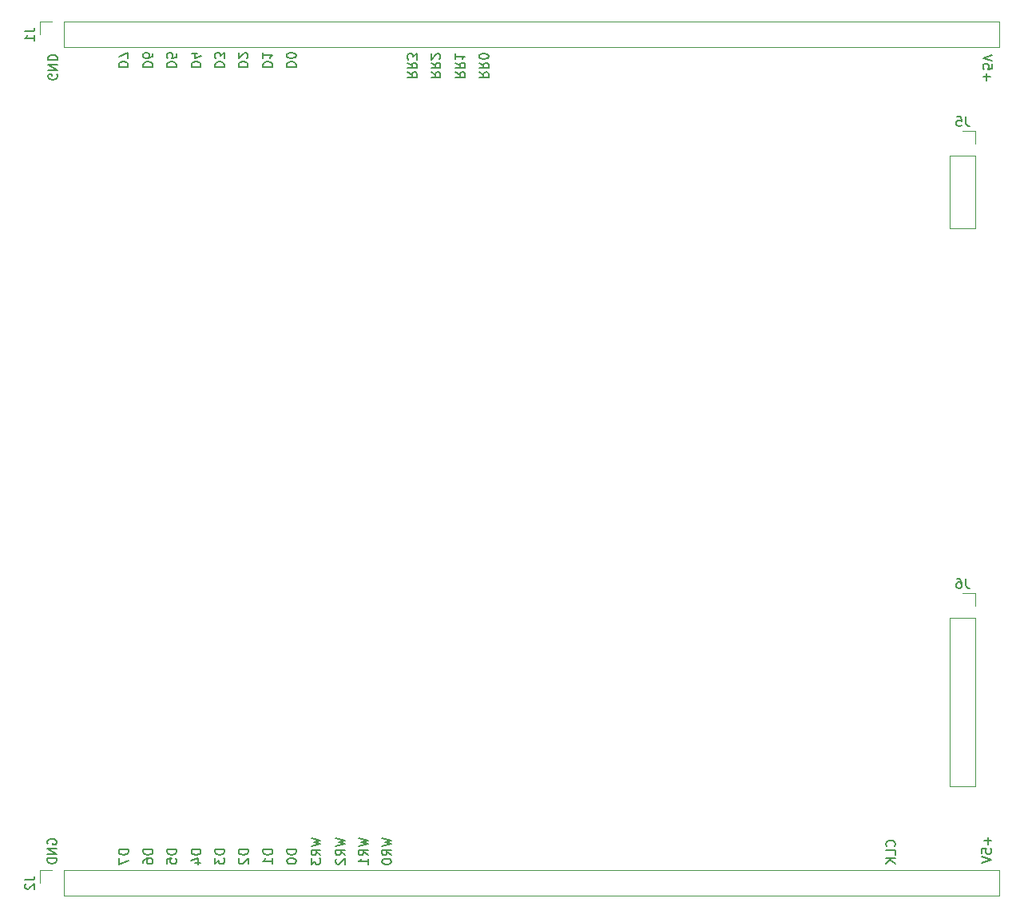
<source format=gbo>
G04 #@! TF.GenerationSoftware,KiCad,Pcbnew,(5.1.9)-1*
G04 #@! TF.CreationDate,2022-07-23T11:43:12-04:00*
G04 #@! TF.ProjectId,d-register,642d7265-6769-4737-9465-722e6b696361,2.0*
G04 #@! TF.SameCoordinates,Original*
G04 #@! TF.FileFunction,Legend,Bot*
G04 #@! TF.FilePolarity,Positive*
%FSLAX46Y46*%
G04 Gerber Fmt 4.6, Leading zero omitted, Abs format (unit mm)*
G04 Created by KiCad (PCBNEW (5.1.9)-1) date 2022-07-23 11:43:12*
%MOMM*%
%LPD*%
G01*
G04 APERTURE LIST*
%ADD10C,0.150000*%
%ADD11C,0.120000*%
%ADD12O,1.700000X1.700000*%
%ADD13R,1.700000X1.700000*%
%ADD14O,1.600000X1.600000*%
%ADD15R,1.600000X1.600000*%
G04 APERTURE END LIST*
D10*
X112252380Y-132435595D02*
X111252380Y-132435595D01*
X111252380Y-132673690D01*
X111300000Y-132816547D01*
X111395238Y-132911785D01*
X111490476Y-132959404D01*
X111680952Y-133007023D01*
X111823809Y-133007023D01*
X112014285Y-132959404D01*
X112109523Y-132911785D01*
X112204761Y-132816547D01*
X112252380Y-132673690D01*
X112252380Y-132435595D01*
X111252380Y-133626071D02*
X111252380Y-133721309D01*
X111300000Y-133816547D01*
X111347619Y-133864166D01*
X111442857Y-133911785D01*
X111633333Y-133959404D01*
X111871428Y-133959404D01*
X112061904Y-133911785D01*
X112157142Y-133864166D01*
X112204761Y-133816547D01*
X112252380Y-133721309D01*
X112252380Y-133626071D01*
X112204761Y-133530833D01*
X112157142Y-133483214D01*
X112061904Y-133435595D01*
X111871428Y-133387976D01*
X111633333Y-133387976D01*
X111442857Y-133435595D01*
X111347619Y-133483214D01*
X111300000Y-133530833D01*
X111252380Y-133626071D01*
X94452380Y-132435595D02*
X93452380Y-132435595D01*
X93452380Y-132673690D01*
X93500000Y-132816547D01*
X93595238Y-132911785D01*
X93690476Y-132959404D01*
X93880952Y-133007023D01*
X94023809Y-133007023D01*
X94214285Y-132959404D01*
X94309523Y-132911785D01*
X94404761Y-132816547D01*
X94452380Y-132673690D01*
X94452380Y-132435595D01*
X93452380Y-133340357D02*
X93452380Y-134007023D01*
X94452380Y-133578452D01*
X109752380Y-132435595D02*
X108752380Y-132435595D01*
X108752380Y-132673690D01*
X108800000Y-132816547D01*
X108895238Y-132911785D01*
X108990476Y-132959404D01*
X109180952Y-133007023D01*
X109323809Y-133007023D01*
X109514285Y-132959404D01*
X109609523Y-132911785D01*
X109704761Y-132816547D01*
X109752380Y-132673690D01*
X109752380Y-132435595D01*
X109752380Y-133959404D02*
X109752380Y-133387976D01*
X109752380Y-133673690D02*
X108752380Y-133673690D01*
X108895238Y-133578452D01*
X108990476Y-133483214D01*
X109038095Y-133387976D01*
X113852380Y-131240357D02*
X114852380Y-131478452D01*
X114138095Y-131668928D01*
X114852380Y-131859404D01*
X113852380Y-132097500D01*
X114852380Y-133049880D02*
X114376190Y-132716547D01*
X114852380Y-132478452D02*
X113852380Y-132478452D01*
X113852380Y-132859404D01*
X113900000Y-132954642D01*
X113947619Y-133002261D01*
X114042857Y-133049880D01*
X114185714Y-133049880D01*
X114280952Y-133002261D01*
X114328571Y-132954642D01*
X114376190Y-132859404D01*
X114376190Y-132478452D01*
X113852380Y-133383214D02*
X113852380Y-134002261D01*
X114233333Y-133668928D01*
X114233333Y-133811785D01*
X114280952Y-133907023D01*
X114328571Y-133954642D01*
X114423809Y-134002261D01*
X114661904Y-134002261D01*
X114757142Y-133954642D01*
X114804761Y-133907023D01*
X114852380Y-133811785D01*
X114852380Y-133526071D01*
X114804761Y-133430833D01*
X114757142Y-133383214D01*
X121352380Y-131240357D02*
X122352380Y-131478452D01*
X121638095Y-131668928D01*
X122352380Y-131859404D01*
X121352380Y-132097500D01*
X122352380Y-133049880D02*
X121876190Y-132716547D01*
X122352380Y-132478452D02*
X121352380Y-132478452D01*
X121352380Y-132859404D01*
X121400000Y-132954642D01*
X121447619Y-133002261D01*
X121542857Y-133049880D01*
X121685714Y-133049880D01*
X121780952Y-133002261D01*
X121828571Y-132954642D01*
X121876190Y-132859404D01*
X121876190Y-132478452D01*
X121352380Y-133668928D02*
X121352380Y-133764166D01*
X121400000Y-133859404D01*
X121447619Y-133907023D01*
X121542857Y-133954642D01*
X121733333Y-134002261D01*
X121971428Y-134002261D01*
X122161904Y-133954642D01*
X122257142Y-133907023D01*
X122304761Y-133859404D01*
X122352380Y-133764166D01*
X122352380Y-133668928D01*
X122304761Y-133573690D01*
X122257142Y-133526071D01*
X122161904Y-133478452D01*
X121971428Y-133430833D01*
X121733333Y-133430833D01*
X121542857Y-133478452D01*
X121447619Y-133526071D01*
X121400000Y-133573690D01*
X121352380Y-133668928D01*
X99552380Y-132435595D02*
X98552380Y-132435595D01*
X98552380Y-132673690D01*
X98600000Y-132816547D01*
X98695238Y-132911785D01*
X98790476Y-132959404D01*
X98980952Y-133007023D01*
X99123809Y-133007023D01*
X99314285Y-132959404D01*
X99409523Y-132911785D01*
X99504761Y-132816547D01*
X99552380Y-132673690D01*
X99552380Y-132435595D01*
X98552380Y-133911785D02*
X98552380Y-133435595D01*
X99028571Y-133387976D01*
X98980952Y-133435595D01*
X98933333Y-133530833D01*
X98933333Y-133768928D01*
X98980952Y-133864166D01*
X99028571Y-133911785D01*
X99123809Y-133959404D01*
X99361904Y-133959404D01*
X99457142Y-133911785D01*
X99504761Y-133864166D01*
X99552380Y-133768928D01*
X99552380Y-133530833D01*
X99504761Y-133435595D01*
X99457142Y-133387976D01*
X118852380Y-131240357D02*
X119852380Y-131478452D01*
X119138095Y-131668928D01*
X119852380Y-131859404D01*
X118852380Y-132097500D01*
X119852380Y-133049880D02*
X119376190Y-132716547D01*
X119852380Y-132478452D02*
X118852380Y-132478452D01*
X118852380Y-132859404D01*
X118900000Y-132954642D01*
X118947619Y-133002261D01*
X119042857Y-133049880D01*
X119185714Y-133049880D01*
X119280952Y-133002261D01*
X119328571Y-132954642D01*
X119376190Y-132859404D01*
X119376190Y-132478452D01*
X119852380Y-134002261D02*
X119852380Y-133430833D01*
X119852380Y-133716547D02*
X118852380Y-133716547D01*
X118995238Y-133621309D01*
X119090476Y-133526071D01*
X119138095Y-133430833D01*
X102152380Y-132435595D02*
X101152380Y-132435595D01*
X101152380Y-132673690D01*
X101200000Y-132816547D01*
X101295238Y-132911785D01*
X101390476Y-132959404D01*
X101580952Y-133007023D01*
X101723809Y-133007023D01*
X101914285Y-132959404D01*
X102009523Y-132911785D01*
X102104761Y-132816547D01*
X102152380Y-132673690D01*
X102152380Y-132435595D01*
X101485714Y-133864166D02*
X102152380Y-133864166D01*
X101104761Y-133626071D02*
X101819047Y-133387976D01*
X101819047Y-134007023D01*
X104652380Y-132435595D02*
X103652380Y-132435595D01*
X103652380Y-132673690D01*
X103700000Y-132816547D01*
X103795238Y-132911785D01*
X103890476Y-132959404D01*
X104080952Y-133007023D01*
X104223809Y-133007023D01*
X104414285Y-132959404D01*
X104509523Y-132911785D01*
X104604761Y-132816547D01*
X104652380Y-132673690D01*
X104652380Y-132435595D01*
X103652380Y-133340357D02*
X103652380Y-133959404D01*
X104033333Y-133626071D01*
X104033333Y-133768928D01*
X104080952Y-133864166D01*
X104128571Y-133911785D01*
X104223809Y-133959404D01*
X104461904Y-133959404D01*
X104557142Y-133911785D01*
X104604761Y-133864166D01*
X104652380Y-133768928D01*
X104652380Y-133483214D01*
X104604761Y-133387976D01*
X104557142Y-133340357D01*
X97052380Y-132435595D02*
X96052380Y-132435595D01*
X96052380Y-132673690D01*
X96100000Y-132816547D01*
X96195238Y-132911785D01*
X96290476Y-132959404D01*
X96480952Y-133007023D01*
X96623809Y-133007023D01*
X96814285Y-132959404D01*
X96909523Y-132911785D01*
X97004761Y-132816547D01*
X97052380Y-132673690D01*
X97052380Y-132435595D01*
X96052380Y-133864166D02*
X96052380Y-133673690D01*
X96100000Y-133578452D01*
X96147619Y-133530833D01*
X96290476Y-133435595D01*
X96480952Y-133387976D01*
X96861904Y-133387976D01*
X96957142Y-133435595D01*
X97004761Y-133483214D01*
X97052380Y-133578452D01*
X97052380Y-133768928D01*
X97004761Y-133864166D01*
X96957142Y-133911785D01*
X96861904Y-133959404D01*
X96623809Y-133959404D01*
X96528571Y-133911785D01*
X96480952Y-133864166D01*
X96433333Y-133768928D01*
X96433333Y-133578452D01*
X96480952Y-133483214D01*
X96528571Y-133435595D01*
X96623809Y-133387976D01*
X107152380Y-132435595D02*
X106152380Y-132435595D01*
X106152380Y-132673690D01*
X106200000Y-132816547D01*
X106295238Y-132911785D01*
X106390476Y-132959404D01*
X106580952Y-133007023D01*
X106723809Y-133007023D01*
X106914285Y-132959404D01*
X107009523Y-132911785D01*
X107104761Y-132816547D01*
X107152380Y-132673690D01*
X107152380Y-132435595D01*
X106247619Y-133387976D02*
X106200000Y-133435595D01*
X106152380Y-133530833D01*
X106152380Y-133768928D01*
X106200000Y-133864166D01*
X106247619Y-133911785D01*
X106342857Y-133959404D01*
X106438095Y-133959404D01*
X106580952Y-133911785D01*
X107152380Y-133340357D01*
X107152380Y-133959404D01*
X116452380Y-131240357D02*
X117452380Y-131478452D01*
X116738095Y-131668928D01*
X117452380Y-131859404D01*
X116452380Y-132097500D01*
X117452380Y-133049880D02*
X116976190Y-132716547D01*
X117452380Y-132478452D02*
X116452380Y-132478452D01*
X116452380Y-132859404D01*
X116500000Y-132954642D01*
X116547619Y-133002261D01*
X116642857Y-133049880D01*
X116785714Y-133049880D01*
X116880952Y-133002261D01*
X116928571Y-132954642D01*
X116976190Y-132859404D01*
X116976190Y-132478452D01*
X116547619Y-133430833D02*
X116500000Y-133478452D01*
X116452380Y-133573690D01*
X116452380Y-133811785D01*
X116500000Y-133907023D01*
X116547619Y-133954642D01*
X116642857Y-134002261D01*
X116738095Y-134002261D01*
X116880952Y-133954642D01*
X117452380Y-133383214D01*
X117452380Y-134002261D01*
X175657142Y-132107023D02*
X175704761Y-132059404D01*
X175752380Y-131916547D01*
X175752380Y-131821309D01*
X175704761Y-131678452D01*
X175609523Y-131583214D01*
X175514285Y-131535595D01*
X175323809Y-131487976D01*
X175180952Y-131487976D01*
X174990476Y-131535595D01*
X174895238Y-131583214D01*
X174800000Y-131678452D01*
X174752380Y-131821309D01*
X174752380Y-131916547D01*
X174800000Y-132059404D01*
X174847619Y-132107023D01*
X175752380Y-133011785D02*
X175752380Y-132535595D01*
X174752380Y-132535595D01*
X175752380Y-133345119D02*
X174752380Y-133345119D01*
X175752380Y-133916547D02*
X175180952Y-133487976D01*
X174752380Y-133916547D02*
X175323809Y-133345119D01*
X126547619Y-49992976D02*
X127023809Y-50326309D01*
X126547619Y-50564404D02*
X127547619Y-50564404D01*
X127547619Y-50183452D01*
X127500000Y-50088214D01*
X127452380Y-50040595D01*
X127357142Y-49992976D01*
X127214285Y-49992976D01*
X127119047Y-50040595D01*
X127071428Y-50088214D01*
X127023809Y-50183452D01*
X127023809Y-50564404D01*
X126547619Y-48992976D02*
X127023809Y-49326309D01*
X126547619Y-49564404D02*
X127547619Y-49564404D01*
X127547619Y-49183452D01*
X127500000Y-49088214D01*
X127452380Y-49040595D01*
X127357142Y-48992976D01*
X127214285Y-48992976D01*
X127119047Y-49040595D01*
X127071428Y-49088214D01*
X127023809Y-49183452D01*
X127023809Y-49564404D01*
X127452380Y-48612023D02*
X127500000Y-48564404D01*
X127547619Y-48469166D01*
X127547619Y-48231071D01*
X127500000Y-48135833D01*
X127452380Y-48088214D01*
X127357142Y-48040595D01*
X127261904Y-48040595D01*
X127119047Y-48088214D01*
X126547619Y-48659642D01*
X126547619Y-48040595D01*
X131647619Y-49992976D02*
X132123809Y-50326309D01*
X131647619Y-50564404D02*
X132647619Y-50564404D01*
X132647619Y-50183452D01*
X132600000Y-50088214D01*
X132552380Y-50040595D01*
X132457142Y-49992976D01*
X132314285Y-49992976D01*
X132219047Y-50040595D01*
X132171428Y-50088214D01*
X132123809Y-50183452D01*
X132123809Y-50564404D01*
X131647619Y-48992976D02*
X132123809Y-49326309D01*
X131647619Y-49564404D02*
X132647619Y-49564404D01*
X132647619Y-49183452D01*
X132600000Y-49088214D01*
X132552380Y-49040595D01*
X132457142Y-48992976D01*
X132314285Y-48992976D01*
X132219047Y-49040595D01*
X132171428Y-49088214D01*
X132123809Y-49183452D01*
X132123809Y-49564404D01*
X132647619Y-48373928D02*
X132647619Y-48278690D01*
X132600000Y-48183452D01*
X132552380Y-48135833D01*
X132457142Y-48088214D01*
X132266666Y-48040595D01*
X132028571Y-48040595D01*
X131838095Y-48088214D01*
X131742857Y-48135833D01*
X131695238Y-48183452D01*
X131647619Y-48278690D01*
X131647619Y-48373928D01*
X131695238Y-48469166D01*
X131742857Y-48516785D01*
X131838095Y-48564404D01*
X132028571Y-48612023D01*
X132266666Y-48612023D01*
X132457142Y-48564404D01*
X132552380Y-48516785D01*
X132600000Y-48469166D01*
X132647619Y-48373928D01*
X129147619Y-49992976D02*
X129623809Y-50326309D01*
X129147619Y-50564404D02*
X130147619Y-50564404D01*
X130147619Y-50183452D01*
X130100000Y-50088214D01*
X130052380Y-50040595D01*
X129957142Y-49992976D01*
X129814285Y-49992976D01*
X129719047Y-50040595D01*
X129671428Y-50088214D01*
X129623809Y-50183452D01*
X129623809Y-50564404D01*
X129147619Y-48992976D02*
X129623809Y-49326309D01*
X129147619Y-49564404D02*
X130147619Y-49564404D01*
X130147619Y-49183452D01*
X130100000Y-49088214D01*
X130052380Y-49040595D01*
X129957142Y-48992976D01*
X129814285Y-48992976D01*
X129719047Y-49040595D01*
X129671428Y-49088214D01*
X129623809Y-49183452D01*
X129623809Y-49564404D01*
X129147619Y-48040595D02*
X129147619Y-48612023D01*
X129147619Y-48326309D02*
X130147619Y-48326309D01*
X130004761Y-48421547D01*
X129909523Y-48516785D01*
X129861904Y-48612023D01*
X124047619Y-49992976D02*
X124523809Y-50326309D01*
X124047619Y-50564404D02*
X125047619Y-50564404D01*
X125047619Y-50183452D01*
X125000000Y-50088214D01*
X124952380Y-50040595D01*
X124857142Y-49992976D01*
X124714285Y-49992976D01*
X124619047Y-50040595D01*
X124571428Y-50088214D01*
X124523809Y-50183452D01*
X124523809Y-50564404D01*
X124047619Y-48992976D02*
X124523809Y-49326309D01*
X124047619Y-49564404D02*
X125047619Y-49564404D01*
X125047619Y-49183452D01*
X125000000Y-49088214D01*
X124952380Y-49040595D01*
X124857142Y-48992976D01*
X124714285Y-48992976D01*
X124619047Y-49040595D01*
X124571428Y-49088214D01*
X124523809Y-49183452D01*
X124523809Y-49564404D01*
X125047619Y-48659642D02*
X125047619Y-48040595D01*
X124666666Y-48373928D01*
X124666666Y-48231071D01*
X124619047Y-48135833D01*
X124571428Y-48088214D01*
X124476190Y-48040595D01*
X124238095Y-48040595D01*
X124142857Y-48088214D01*
X124095238Y-48135833D01*
X124047619Y-48231071D01*
X124047619Y-48516785D01*
X124095238Y-48612023D01*
X124142857Y-48659642D01*
X101147619Y-49464404D02*
X102147619Y-49464404D01*
X102147619Y-49226309D01*
X102100000Y-49083452D01*
X102004761Y-48988214D01*
X101909523Y-48940595D01*
X101719047Y-48892976D01*
X101576190Y-48892976D01*
X101385714Y-48940595D01*
X101290476Y-48988214D01*
X101195238Y-49083452D01*
X101147619Y-49226309D01*
X101147619Y-49464404D01*
X101814285Y-48035833D02*
X101147619Y-48035833D01*
X102195238Y-48273928D02*
X101480952Y-48512023D01*
X101480952Y-47892976D01*
X103647619Y-49464404D02*
X104647619Y-49464404D01*
X104647619Y-49226309D01*
X104600000Y-49083452D01*
X104504761Y-48988214D01*
X104409523Y-48940595D01*
X104219047Y-48892976D01*
X104076190Y-48892976D01*
X103885714Y-48940595D01*
X103790476Y-48988214D01*
X103695238Y-49083452D01*
X103647619Y-49226309D01*
X103647619Y-49464404D01*
X104647619Y-48559642D02*
X104647619Y-47940595D01*
X104266666Y-48273928D01*
X104266666Y-48131071D01*
X104219047Y-48035833D01*
X104171428Y-47988214D01*
X104076190Y-47940595D01*
X103838095Y-47940595D01*
X103742857Y-47988214D01*
X103695238Y-48035833D01*
X103647619Y-48131071D01*
X103647619Y-48416785D01*
X103695238Y-48512023D01*
X103742857Y-48559642D01*
X93447619Y-49464404D02*
X94447619Y-49464404D01*
X94447619Y-49226309D01*
X94400000Y-49083452D01*
X94304761Y-48988214D01*
X94209523Y-48940595D01*
X94019047Y-48892976D01*
X93876190Y-48892976D01*
X93685714Y-48940595D01*
X93590476Y-48988214D01*
X93495238Y-49083452D01*
X93447619Y-49226309D01*
X93447619Y-49464404D01*
X94447619Y-48559642D02*
X94447619Y-47892976D01*
X93447619Y-48321547D01*
X108747619Y-49464404D02*
X109747619Y-49464404D01*
X109747619Y-49226309D01*
X109700000Y-49083452D01*
X109604761Y-48988214D01*
X109509523Y-48940595D01*
X109319047Y-48892976D01*
X109176190Y-48892976D01*
X108985714Y-48940595D01*
X108890476Y-48988214D01*
X108795238Y-49083452D01*
X108747619Y-49226309D01*
X108747619Y-49464404D01*
X108747619Y-47940595D02*
X108747619Y-48512023D01*
X108747619Y-48226309D02*
X109747619Y-48226309D01*
X109604761Y-48321547D01*
X109509523Y-48416785D01*
X109461904Y-48512023D01*
X111247619Y-49464404D02*
X112247619Y-49464404D01*
X112247619Y-49226309D01*
X112200000Y-49083452D01*
X112104761Y-48988214D01*
X112009523Y-48940595D01*
X111819047Y-48892976D01*
X111676190Y-48892976D01*
X111485714Y-48940595D01*
X111390476Y-48988214D01*
X111295238Y-49083452D01*
X111247619Y-49226309D01*
X111247619Y-49464404D01*
X112247619Y-48273928D02*
X112247619Y-48178690D01*
X112200000Y-48083452D01*
X112152380Y-48035833D01*
X112057142Y-47988214D01*
X111866666Y-47940595D01*
X111628571Y-47940595D01*
X111438095Y-47988214D01*
X111342857Y-48035833D01*
X111295238Y-48083452D01*
X111247619Y-48178690D01*
X111247619Y-48273928D01*
X111295238Y-48369166D01*
X111342857Y-48416785D01*
X111438095Y-48464404D01*
X111628571Y-48512023D01*
X111866666Y-48512023D01*
X112057142Y-48464404D01*
X112152380Y-48416785D01*
X112200000Y-48369166D01*
X112247619Y-48273928D01*
X98547619Y-49464404D02*
X99547619Y-49464404D01*
X99547619Y-49226309D01*
X99500000Y-49083452D01*
X99404761Y-48988214D01*
X99309523Y-48940595D01*
X99119047Y-48892976D01*
X98976190Y-48892976D01*
X98785714Y-48940595D01*
X98690476Y-48988214D01*
X98595238Y-49083452D01*
X98547619Y-49226309D01*
X98547619Y-49464404D01*
X99547619Y-47988214D02*
X99547619Y-48464404D01*
X99071428Y-48512023D01*
X99119047Y-48464404D01*
X99166666Y-48369166D01*
X99166666Y-48131071D01*
X99119047Y-48035833D01*
X99071428Y-47988214D01*
X98976190Y-47940595D01*
X98738095Y-47940595D01*
X98642857Y-47988214D01*
X98595238Y-48035833D01*
X98547619Y-48131071D01*
X98547619Y-48369166D01*
X98595238Y-48464404D01*
X98642857Y-48512023D01*
X106147619Y-49464404D02*
X107147619Y-49464404D01*
X107147619Y-49226309D01*
X107100000Y-49083452D01*
X107004761Y-48988214D01*
X106909523Y-48940595D01*
X106719047Y-48892976D01*
X106576190Y-48892976D01*
X106385714Y-48940595D01*
X106290476Y-48988214D01*
X106195238Y-49083452D01*
X106147619Y-49226309D01*
X106147619Y-49464404D01*
X107052380Y-48512023D02*
X107100000Y-48464404D01*
X107147619Y-48369166D01*
X107147619Y-48131071D01*
X107100000Y-48035833D01*
X107052380Y-47988214D01*
X106957142Y-47940595D01*
X106861904Y-47940595D01*
X106719047Y-47988214D01*
X106147619Y-48559642D01*
X106147619Y-47940595D01*
X96047619Y-49464404D02*
X97047619Y-49464404D01*
X97047619Y-49226309D01*
X97000000Y-49083452D01*
X96904761Y-48988214D01*
X96809523Y-48940595D01*
X96619047Y-48892976D01*
X96476190Y-48892976D01*
X96285714Y-48940595D01*
X96190476Y-48988214D01*
X96095238Y-49083452D01*
X96047619Y-49226309D01*
X96047619Y-49464404D01*
X97047619Y-48035833D02*
X97047619Y-48226309D01*
X97000000Y-48321547D01*
X96952380Y-48369166D01*
X96809523Y-48464404D01*
X96619047Y-48512023D01*
X96238095Y-48512023D01*
X96142857Y-48464404D01*
X96095238Y-48416785D01*
X96047619Y-48321547D01*
X96047619Y-48131071D01*
X96095238Y-48035833D01*
X96142857Y-47988214D01*
X96238095Y-47940595D01*
X96476190Y-47940595D01*
X96571428Y-47988214D01*
X96619047Y-48035833D01*
X96666666Y-48131071D01*
X96666666Y-48321547D01*
X96619047Y-48416785D01*
X96571428Y-48464404D01*
X96476190Y-48512023D01*
X185571428Y-131135595D02*
X185571428Y-131897500D01*
X185952380Y-131516547D02*
X185190476Y-131516547D01*
X184952380Y-132849880D02*
X184952380Y-132373690D01*
X185428571Y-132326071D01*
X185380952Y-132373690D01*
X185333333Y-132468928D01*
X185333333Y-132707023D01*
X185380952Y-132802261D01*
X185428571Y-132849880D01*
X185523809Y-132897500D01*
X185761904Y-132897500D01*
X185857142Y-132849880D01*
X185904761Y-132802261D01*
X185952380Y-132707023D01*
X185952380Y-132468928D01*
X185904761Y-132373690D01*
X185857142Y-132326071D01*
X184952380Y-133183214D02*
X185952380Y-133516547D01*
X184952380Y-133849880D01*
X85900000Y-131859404D02*
X85852380Y-131764166D01*
X85852380Y-131621309D01*
X85900000Y-131478452D01*
X85995238Y-131383214D01*
X86090476Y-131335595D01*
X86280952Y-131287976D01*
X86423809Y-131287976D01*
X86614285Y-131335595D01*
X86709523Y-131383214D01*
X86804761Y-131478452D01*
X86852380Y-131621309D01*
X86852380Y-131716547D01*
X86804761Y-131859404D01*
X86757142Y-131907023D01*
X86423809Y-131907023D01*
X86423809Y-131716547D01*
X86852380Y-132335595D02*
X85852380Y-132335595D01*
X86852380Y-132907023D01*
X85852380Y-132907023D01*
X86852380Y-133383214D02*
X85852380Y-133383214D01*
X85852380Y-133621309D01*
X85900000Y-133764166D01*
X85995238Y-133859404D01*
X86090476Y-133907023D01*
X86280952Y-133954642D01*
X86423809Y-133954642D01*
X86614285Y-133907023D01*
X86709523Y-133859404D01*
X86804761Y-133764166D01*
X86852380Y-133621309D01*
X86852380Y-133383214D01*
X86900000Y-50240595D02*
X86947619Y-50335833D01*
X86947619Y-50478690D01*
X86900000Y-50621547D01*
X86804761Y-50716785D01*
X86709523Y-50764404D01*
X86519047Y-50812023D01*
X86376190Y-50812023D01*
X86185714Y-50764404D01*
X86090476Y-50716785D01*
X85995238Y-50621547D01*
X85947619Y-50478690D01*
X85947619Y-50383452D01*
X85995238Y-50240595D01*
X86042857Y-50192976D01*
X86376190Y-50192976D01*
X86376190Y-50383452D01*
X85947619Y-49764404D02*
X86947619Y-49764404D01*
X85947619Y-49192976D01*
X86947619Y-49192976D01*
X85947619Y-48716785D02*
X86947619Y-48716785D01*
X86947619Y-48478690D01*
X86900000Y-48335833D01*
X86804761Y-48240595D01*
X86709523Y-48192976D01*
X86519047Y-48145357D01*
X86376190Y-48145357D01*
X86185714Y-48192976D01*
X86090476Y-48240595D01*
X85995238Y-48335833D01*
X85947619Y-48478690D01*
X85947619Y-48716785D01*
X185428571Y-50864404D02*
X185428571Y-50102500D01*
X185047619Y-50483452D02*
X185809523Y-50483452D01*
X186047619Y-49150119D02*
X186047619Y-49626309D01*
X185571428Y-49673928D01*
X185619047Y-49626309D01*
X185666666Y-49531071D01*
X185666666Y-49292976D01*
X185619047Y-49197738D01*
X185571428Y-49150119D01*
X185476190Y-49102500D01*
X185238095Y-49102500D01*
X185142857Y-49150119D01*
X185095238Y-49197738D01*
X185047619Y-49292976D01*
X185047619Y-49531071D01*
X185095238Y-49626309D01*
X185142857Y-49673928D01*
X186047619Y-48816785D02*
X185047619Y-48483452D01*
X186047619Y-48150119D01*
D11*
X184230000Y-56270000D02*
X182900000Y-56270000D01*
X184230000Y-57600000D02*
X184230000Y-56270000D01*
X184230000Y-58870000D02*
X181570000Y-58870000D01*
X181570000Y-58870000D02*
X181570000Y-66550000D01*
X184230000Y-58870000D02*
X184230000Y-66550000D01*
X184230000Y-66550000D02*
X181570000Y-66550000D01*
X184230000Y-125710000D02*
X181570000Y-125710000D01*
X184230000Y-107870000D02*
X184230000Y-125710000D01*
X181570000Y-107870000D02*
X181570000Y-125710000D01*
X184230000Y-107870000D02*
X181570000Y-107870000D01*
X184230000Y-106600000D02*
X184230000Y-105270000D01*
X184230000Y-105270000D02*
X182900000Y-105270000D01*
X85070000Y-134670000D02*
X85070000Y-136000000D01*
X86400000Y-134670000D02*
X85070000Y-134670000D01*
X87670000Y-134670000D02*
X87670000Y-137330000D01*
X87670000Y-137330000D02*
X186790000Y-137330000D01*
X87670000Y-134670000D02*
X186790000Y-134670000D01*
X186790000Y-134670000D02*
X186790000Y-137330000D01*
X85070000Y-44670000D02*
X85070000Y-46000000D01*
X86400000Y-44670000D02*
X85070000Y-44670000D01*
X87670000Y-44670000D02*
X87670000Y-47330000D01*
X87670000Y-47330000D02*
X186790000Y-47330000D01*
X87670000Y-44670000D02*
X186790000Y-44670000D01*
X186790000Y-44670000D02*
X186790000Y-47330000D01*
D10*
X183233333Y-54722380D02*
X183233333Y-55436666D01*
X183280952Y-55579523D01*
X183376190Y-55674761D01*
X183519047Y-55722380D01*
X183614285Y-55722380D01*
X182280952Y-54722380D02*
X182757142Y-54722380D01*
X182804761Y-55198571D01*
X182757142Y-55150952D01*
X182661904Y-55103333D01*
X182423809Y-55103333D01*
X182328571Y-55150952D01*
X182280952Y-55198571D01*
X182233333Y-55293809D01*
X182233333Y-55531904D01*
X182280952Y-55627142D01*
X182328571Y-55674761D01*
X182423809Y-55722380D01*
X182661904Y-55722380D01*
X182757142Y-55674761D01*
X182804761Y-55627142D01*
X183233333Y-103722380D02*
X183233333Y-104436666D01*
X183280952Y-104579523D01*
X183376190Y-104674761D01*
X183519047Y-104722380D01*
X183614285Y-104722380D01*
X182328571Y-103722380D02*
X182519047Y-103722380D01*
X182614285Y-103770000D01*
X182661904Y-103817619D01*
X182757142Y-103960476D01*
X182804761Y-104150952D01*
X182804761Y-104531904D01*
X182757142Y-104627142D01*
X182709523Y-104674761D01*
X182614285Y-104722380D01*
X182423809Y-104722380D01*
X182328571Y-104674761D01*
X182280952Y-104627142D01*
X182233333Y-104531904D01*
X182233333Y-104293809D01*
X182280952Y-104198571D01*
X182328571Y-104150952D01*
X182423809Y-104103333D01*
X182614285Y-104103333D01*
X182709523Y-104150952D01*
X182757142Y-104198571D01*
X182804761Y-104293809D01*
X83522380Y-135666666D02*
X84236666Y-135666666D01*
X84379523Y-135619047D01*
X84474761Y-135523809D01*
X84522380Y-135380952D01*
X84522380Y-135285714D01*
X83617619Y-136095238D02*
X83570000Y-136142857D01*
X83522380Y-136238095D01*
X83522380Y-136476190D01*
X83570000Y-136571428D01*
X83617619Y-136619047D01*
X83712857Y-136666666D01*
X83808095Y-136666666D01*
X83950952Y-136619047D01*
X84522380Y-136047619D01*
X84522380Y-136666666D01*
X83522380Y-45666666D02*
X84236666Y-45666666D01*
X84379523Y-45619047D01*
X84474761Y-45523809D01*
X84522380Y-45380952D01*
X84522380Y-45285714D01*
X84522380Y-46666666D02*
X84522380Y-46095238D01*
X84522380Y-46380952D02*
X83522380Y-46380952D01*
X83665238Y-46285714D01*
X83760476Y-46190476D01*
X83808095Y-46095238D01*
%LPC*%
D12*
X182900000Y-65220000D03*
X182900000Y-62680000D03*
X182900000Y-60140000D03*
D13*
X182900000Y-57600000D03*
D14*
X91500000Y-57280000D03*
X114360000Y-64900000D03*
X94040000Y-57280000D03*
X111820000Y-64900000D03*
X96580000Y-57280000D03*
X109280000Y-64900000D03*
X99120000Y-57280000D03*
X106740000Y-64900000D03*
X101660000Y-57280000D03*
X104200000Y-64900000D03*
X104200000Y-57280000D03*
X101660000Y-64900000D03*
X106740000Y-57280000D03*
X99120000Y-64900000D03*
X109280000Y-57280000D03*
X96580000Y-64900000D03*
X111820000Y-57280000D03*
X94040000Y-64900000D03*
X114360000Y-57280000D03*
D15*
X91500000Y-64900000D03*
D14*
X93780000Y-98200000D03*
X101400000Y-80420000D03*
X93780000Y-95660000D03*
X101400000Y-82960000D03*
X93780000Y-93120000D03*
X101400000Y-85500000D03*
X93780000Y-90580000D03*
X101400000Y-88040000D03*
X93780000Y-88040000D03*
X101400000Y-90580000D03*
X93780000Y-85500000D03*
X101400000Y-93120000D03*
X93780000Y-82960000D03*
X101400000Y-95660000D03*
X93780000Y-80420000D03*
D15*
X101400000Y-98200000D03*
D14*
X110180000Y-98200000D03*
X117800000Y-80420000D03*
X110180000Y-95660000D03*
X117800000Y-82960000D03*
X110180000Y-93120000D03*
X117800000Y-85500000D03*
X110180000Y-90580000D03*
X117800000Y-88040000D03*
X110180000Y-88040000D03*
X117800000Y-90580000D03*
X110180000Y-85500000D03*
X117800000Y-93120000D03*
X110180000Y-82960000D03*
X117800000Y-95660000D03*
X110180000Y-80420000D03*
D15*
X117800000Y-98200000D03*
D12*
X182900000Y-124380000D03*
X182900000Y-121840000D03*
X182900000Y-119300000D03*
X182900000Y-116760000D03*
X182900000Y-114220000D03*
X182900000Y-111680000D03*
X182900000Y-109140000D03*
D13*
X182900000Y-106600000D03*
D14*
X139800000Y-124280000D03*
X157580000Y-131900000D03*
X142340000Y-124280000D03*
X155040000Y-131900000D03*
X144880000Y-124280000D03*
X152500000Y-131900000D03*
X147420000Y-124280000D03*
X149960000Y-131900000D03*
X149960000Y-124280000D03*
X147420000Y-131900000D03*
X152500000Y-124280000D03*
X144880000Y-131900000D03*
X155040000Y-124280000D03*
X142340000Y-131900000D03*
X157580000Y-124280000D03*
D15*
X139800000Y-131900000D03*
D14*
X139700000Y-51180000D03*
X157480000Y-58800000D03*
X142240000Y-51180000D03*
X154940000Y-58800000D03*
X144780000Y-51180000D03*
X152400000Y-58800000D03*
X147320000Y-51180000D03*
X149860000Y-58800000D03*
X149860000Y-51180000D03*
X147320000Y-58800000D03*
X152400000Y-51180000D03*
X144780000Y-58800000D03*
X154940000Y-51180000D03*
X142240000Y-58800000D03*
X157480000Y-51180000D03*
D15*
X139700000Y-58800000D03*
D14*
X91600000Y-117880000D03*
X114460000Y-125500000D03*
X94140000Y-117880000D03*
X111920000Y-125500000D03*
X96680000Y-117880000D03*
X109380000Y-125500000D03*
X99220000Y-117880000D03*
X106840000Y-125500000D03*
X101760000Y-117880000D03*
X104300000Y-125500000D03*
X104300000Y-117880000D03*
X101760000Y-125500000D03*
X106840000Y-117880000D03*
X99220000Y-125500000D03*
X109380000Y-117880000D03*
X96680000Y-125500000D03*
X111920000Y-117880000D03*
X94140000Y-125500000D03*
X114460000Y-117880000D03*
D15*
X91600000Y-125500000D03*
D12*
X185460000Y-136000000D03*
X182920000Y-136000000D03*
X180380000Y-136000000D03*
X177840000Y-136000000D03*
X175300000Y-136000000D03*
X172760000Y-136000000D03*
X170220000Y-136000000D03*
X167680000Y-136000000D03*
X165140000Y-136000000D03*
X162600000Y-136000000D03*
X160060000Y-136000000D03*
X157520000Y-136000000D03*
X154980000Y-136000000D03*
X152440000Y-136000000D03*
X149900000Y-136000000D03*
X147360000Y-136000000D03*
X144820000Y-136000000D03*
X142280000Y-136000000D03*
X139740000Y-136000000D03*
X137200000Y-136000000D03*
X134660000Y-136000000D03*
X132120000Y-136000000D03*
X129580000Y-136000000D03*
X127040000Y-136000000D03*
X124500000Y-136000000D03*
X121960000Y-136000000D03*
X119420000Y-136000000D03*
X116880000Y-136000000D03*
X114340000Y-136000000D03*
X111800000Y-136000000D03*
X109260000Y-136000000D03*
X106720000Y-136000000D03*
X104180000Y-136000000D03*
X101640000Y-136000000D03*
X99100000Y-136000000D03*
X96560000Y-136000000D03*
X94020000Y-136000000D03*
X91480000Y-136000000D03*
X88940000Y-136000000D03*
D13*
X86400000Y-136000000D03*
D12*
X185460000Y-46000000D03*
X182920000Y-46000000D03*
X180380000Y-46000000D03*
X177840000Y-46000000D03*
X175300000Y-46000000D03*
X172760000Y-46000000D03*
X170220000Y-46000000D03*
X167680000Y-46000000D03*
X165140000Y-46000000D03*
X162600000Y-46000000D03*
X160060000Y-46000000D03*
X157520000Y-46000000D03*
X154980000Y-46000000D03*
X152440000Y-46000000D03*
X149900000Y-46000000D03*
X147360000Y-46000000D03*
X144820000Y-46000000D03*
X142280000Y-46000000D03*
X139740000Y-46000000D03*
X137200000Y-46000000D03*
X134660000Y-46000000D03*
X132120000Y-46000000D03*
X129580000Y-46000000D03*
X127040000Y-46000000D03*
X124500000Y-46000000D03*
X121960000Y-46000000D03*
X119420000Y-46000000D03*
X116880000Y-46000000D03*
X114340000Y-46000000D03*
X111800000Y-46000000D03*
X109260000Y-46000000D03*
X106720000Y-46000000D03*
X104180000Y-46000000D03*
X101640000Y-46000000D03*
X99100000Y-46000000D03*
X96560000Y-46000000D03*
X94020000Y-46000000D03*
X91480000Y-46000000D03*
X88940000Y-46000000D03*
D13*
X86400000Y-46000000D03*
M02*

</source>
